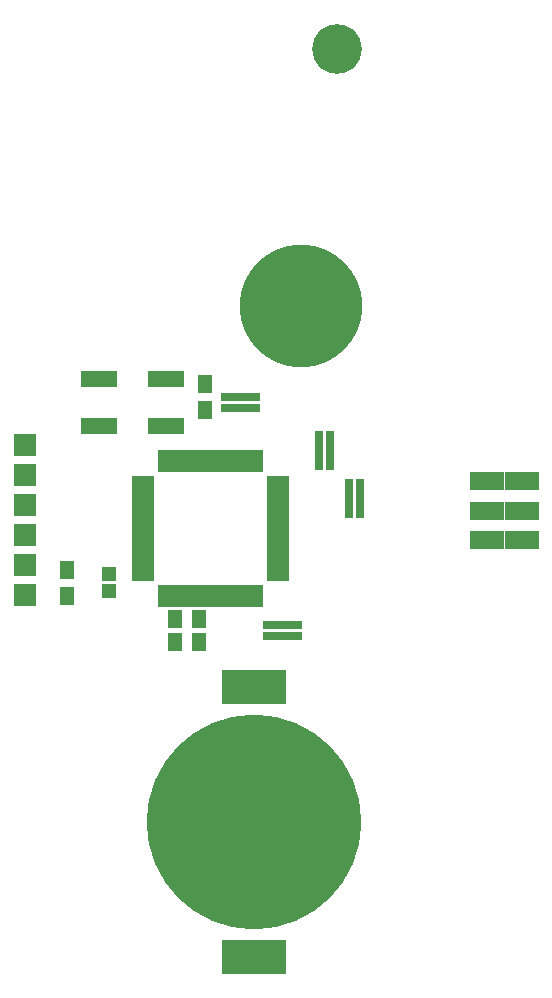
<source format=gbr>
G04 #@! TF.FileFunction,Soldermask,Top*
%FSLAX46Y46*%
G04 Gerber Fmt 4.6, Leading zero omitted, Abs format (unit mm)*
G04 Created by KiCad (PCBNEW 4.0.4-snap1-stable) date Wed Apr 17 18:01:07 2019*
%MOMM*%
%LPD*%
G01*
G04 APERTURE LIST*
%ADD10C,0.100000*%
%ADD11R,0.950000X1.900000*%
%ADD12R,1.900000X0.950000*%
%ADD13C,4.200000*%
%ADD14C,10.400000*%
%ADD15C,18.180000*%
%ADD16R,5.480000X2.940000*%
%ADD17R,1.924000X1.924000*%
%ADD18R,1.300000X1.600000*%
%ADD19R,2.900000X1.600000*%
%ADD20R,1.150000X1.600000*%
%ADD21R,3.150000X1.400000*%
%ADD22R,0.900000X0.700000*%
%ADD23R,0.700000X0.900000*%
%ADD24R,1.197560X1.197560*%
G04 APERTURE END LIST*
D10*
D11*
X151320000Y-114696000D03*
X150520000Y-114696000D03*
X149720000Y-114696000D03*
X148920000Y-114696000D03*
X148120000Y-114696000D03*
X147320000Y-114696000D03*
X146520000Y-114696000D03*
X145720000Y-114696000D03*
X144920000Y-114696000D03*
X144120000Y-114696000D03*
X143320000Y-114696000D03*
D12*
X141620000Y-116396000D03*
X141620000Y-117196000D03*
X141620000Y-117996000D03*
X141620000Y-118796000D03*
X141620000Y-119596000D03*
X141620000Y-120396000D03*
X141620000Y-121196000D03*
X141620000Y-121996000D03*
X141620000Y-122796000D03*
X141620000Y-123596000D03*
X141620000Y-124396000D03*
D11*
X143320000Y-126096000D03*
X144120000Y-126096000D03*
X144920000Y-126096000D03*
X145720000Y-126096000D03*
X146520000Y-126096000D03*
X147320000Y-126096000D03*
X148120000Y-126096000D03*
X148920000Y-126096000D03*
X149720000Y-126096000D03*
X150520000Y-126096000D03*
X151320000Y-126096000D03*
D12*
X153020000Y-124396000D03*
X153020000Y-123596000D03*
X153020000Y-122796000D03*
X153020000Y-121996000D03*
X153020000Y-121196000D03*
X153020000Y-120396000D03*
X153020000Y-119596000D03*
X153020000Y-118796000D03*
X153020000Y-117996000D03*
X153020000Y-117196000D03*
X153020000Y-116396000D03*
D13*
X158013400Y-79781400D03*
D14*
X154965400Y-101523800D03*
D15*
X150972520Y-145232120D03*
D16*
X150972520Y-133802120D03*
X150972520Y-156662120D03*
D17*
X131572000Y-125984000D03*
X131572000Y-123444000D03*
X131572000Y-120904000D03*
X131572000Y-118364000D03*
X131572000Y-115824000D03*
X131572000Y-113284000D03*
D18*
X135128000Y-123868000D03*
X135128000Y-126068000D03*
D19*
X170712000Y-121372000D03*
X173712000Y-121372000D03*
X170712000Y-118872000D03*
X173712000Y-118872000D03*
X170712000Y-116372000D03*
X173712000Y-116372000D03*
D20*
X146304000Y-128082000D03*
X146304000Y-129982000D03*
X144272000Y-128082000D03*
X144272000Y-129982000D03*
D18*
X146812000Y-110320000D03*
X146812000Y-108120000D03*
D21*
X137841000Y-107728000D03*
X143591000Y-107728000D03*
X143591000Y-111728000D03*
X137841000Y-111728000D03*
D22*
X148660000Y-109228000D03*
X148660000Y-110228000D03*
X149460000Y-109228000D03*
X149460000Y-110228000D03*
X150260000Y-109228000D03*
X150260000Y-110228000D03*
X151060000Y-109228000D03*
X151060000Y-110228000D03*
D23*
X159012000Y-119056000D03*
X160012000Y-119056000D03*
X159012000Y-118256000D03*
X160012000Y-118256000D03*
X159012000Y-117456000D03*
X160012000Y-117456000D03*
X159012000Y-116656000D03*
X160012000Y-116656000D03*
X156472000Y-114992000D03*
X157472000Y-114992000D03*
X156472000Y-114192000D03*
X157472000Y-114192000D03*
X156472000Y-113392000D03*
X157472000Y-113392000D03*
X156472000Y-112592000D03*
X157472000Y-112592000D03*
D22*
X152216000Y-128532000D03*
X152216000Y-129532000D03*
X153016000Y-128532000D03*
X153016000Y-129532000D03*
X153816000Y-128532000D03*
X153816000Y-129532000D03*
X154616000Y-128532000D03*
X154616000Y-129532000D03*
D24*
X138684000Y-125717300D03*
X138684000Y-124218700D03*
M02*

</source>
